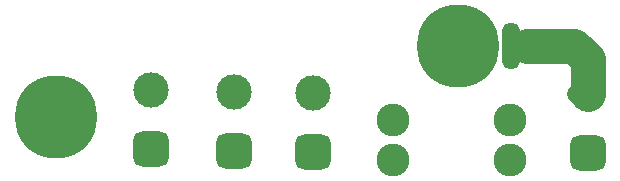
<source format=gbr>
%TF.GenerationSoftware,KiCad,Pcbnew,8.0.5*%
%TF.CreationDate,2024-12-04T12:21:55-05:00*%
%TF.ProjectId,RailsidePDB,5261696c-7369-4646-9550-44422e6b6963,rev?*%
%TF.SameCoordinates,Original*%
%TF.FileFunction,Copper,L1,Top*%
%TF.FilePolarity,Positive*%
%FSLAX46Y46*%
G04 Gerber Fmt 4.6, Leading zero omitted, Abs format (unit mm)*
G04 Created by KiCad (PCBNEW 8.0.5) date 2024-12-04 12:21:55*
%MOMM*%
%LPD*%
G01*
G04 APERTURE LIST*
G04 Aperture macros list*
%AMRoundRect*
0 Rectangle with rounded corners*
0 $1 Rounding radius*
0 $2 $3 $4 $5 $6 $7 $8 $9 X,Y pos of 4 corners*
0 Add a 4 corners polygon primitive as box body*
4,1,4,$2,$3,$4,$5,$6,$7,$8,$9,$2,$3,0*
0 Add four circle primitives for the rounded corners*
1,1,$1+$1,$2,$3*
1,1,$1+$1,$4,$5*
1,1,$1+$1,$6,$7*
1,1,$1+$1,$8,$9*
0 Add four rect primitives between the rounded corners*
20,1,$1+$1,$2,$3,$4,$5,0*
20,1,$1+$1,$4,$5,$6,$7,0*
20,1,$1+$1,$6,$7,$8,$9,0*
20,1,$1+$1,$8,$9,$2,$3,0*%
G04 Aperture macros list end*
%TA.AperFunction,ComponentPad*%
%ADD10O,7.000000X7.000000*%
%TD*%
%TA.AperFunction,ComponentPad*%
%ADD11O,1.500000X4.000000*%
%TD*%
%TA.AperFunction,ComponentPad*%
%ADD12RoundRect,0.750000X0.750000X-0.750000X0.750000X0.750000X-0.750000X0.750000X-0.750000X-0.750000X0*%
%TD*%
%TA.AperFunction,ComponentPad*%
%ADD13C,3.000000*%
%TD*%
%TA.AperFunction,ComponentPad*%
%ADD14C,2.780000*%
%TD*%
%TA.AperFunction,Conductor*%
%ADD15C,3.000000*%
%TD*%
%TA.AperFunction,Conductor*%
%ADD16C,1.500000*%
%TD*%
G04 APERTURE END LIST*
D10*
%TO.P,,2,B*%
%TO.N,N/C*%
X63500000Y-73000000D03*
%TD*%
D11*
%TO.P,,2,B*%
%TO.N,Net-(BT4--)*%
X102000000Y-67000000D03*
%TD*%
D12*
%TO.P,BT2,1,+*%
%TO.N,Net-(BT1-+)*%
X78600000Y-75950000D03*
D13*
%TO.P,BT2,2,-*%
%TO.N,Net-(BT1--)*%
X78600000Y-70950000D03*
%TD*%
D10*
%TO.P,,2,B*%
%TO.N,N/C*%
X97500000Y-67000000D03*
%TD*%
D12*
%TO.P,BT3,1,+*%
%TO.N,Net-(BT1-+)*%
X71575000Y-75775000D03*
D13*
%TO.P,BT3,2,-*%
%TO.N,Net-(BT1--)*%
X71575000Y-70775000D03*
%TD*%
D12*
%TO.P,BT4,1,+*%
%TO.N,Net-(BT1-+)*%
X108500000Y-76110000D03*
D13*
%TO.P,BT4,2,-*%
%TO.N,Net-(BT4--)*%
X108500000Y-71110000D03*
%TD*%
D14*
%TO.P,Fuse,1*%
%TO.N,Net-(BT1--)*%
X92040000Y-73300000D03*
X92040000Y-76700000D03*
%TO.P,Fuse,2*%
%TO.N,Net-(SW1-A)*%
X101960000Y-73300000D03*
X101960000Y-76700000D03*
%TD*%
D12*
%TO.P,BT1,1,+*%
%TO.N,Net-(BT1-+)*%
X85250000Y-76000000D03*
D13*
%TO.P,BT1,2,-*%
%TO.N,Net-(BT1--)*%
X85250000Y-71000000D03*
%TD*%
D15*
%TO.N,Net-(BT4--)*%
X107340000Y-67000000D02*
X103340000Y-67000000D01*
X108500000Y-68160000D02*
X107340000Y-67000000D01*
X108500000Y-71110000D02*
X108500000Y-68160000D01*
D16*
%TO.N,Net-(BT1--)*%
X85275000Y-70775000D02*
X85500000Y-71000000D01*
%TO.N,Net-(BT4--)*%
X108500000Y-71110000D02*
X107500000Y-71110000D01*
%TD*%
M02*

</source>
